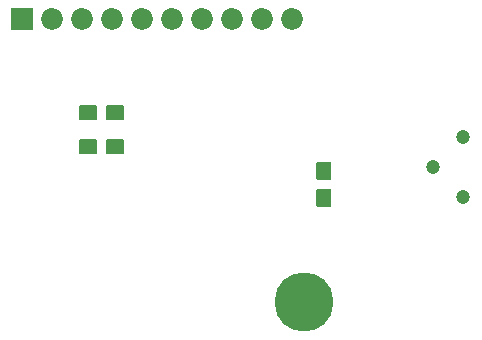
<source format=gbr>
%TF.GenerationSoftware,Altium Limited,Altium Designer,24.0.1 (36)*%
G04 Layer_Color=255*
%FSLAX45Y45*%
%MOMM*%
%TF.SameCoordinates,8AA56912-9505-4270-891B-A046144FA8B4*%
%TF.FilePolarity,Positive*%
%TF.FileFunction,Pads,Top*%
%TF.Part,Single*%
G01*
G75*
%TA.AperFunction,SMDPad,CuDef*%
G04:AMPARAMS|DCode=10|XSize=1.524mm|YSize=1.27mm|CornerRadius=0.09525mm|HoleSize=0mm|Usage=FLASHONLY|Rotation=180.000|XOffset=0mm|YOffset=0mm|HoleType=Round|Shape=RoundedRectangle|*
%AMROUNDEDRECTD10*
21,1,1.52400,1.07950,0,0,180.0*
21,1,1.33350,1.27000,0,0,180.0*
1,1,0.19050,-0.66675,0.53975*
1,1,0.19050,0.66675,0.53975*
1,1,0.19050,0.66675,-0.53975*
1,1,0.19050,-0.66675,-0.53975*
%
%ADD10ROUNDEDRECTD10*%
G04:AMPARAMS|DCode=11|XSize=1.524mm|YSize=1.27mm|CornerRadius=0.09525mm|HoleSize=0mm|Usage=FLASHONLY|Rotation=90.000|XOffset=0mm|YOffset=0mm|HoleType=Round|Shape=RoundedRectangle|*
%AMROUNDEDRECTD11*
21,1,1.52400,1.07950,0,0,90.0*
21,1,1.33350,1.27000,0,0,90.0*
1,1,0.19050,0.53975,0.66675*
1,1,0.19050,0.53975,-0.66675*
1,1,0.19050,-0.53975,-0.66675*
1,1,0.19050,-0.53975,0.66675*
%
%ADD11ROUNDEDRECTD11*%
%TA.AperFunction,ComponentPad*%
%ADD13C,5.00000*%
%ADD14C,1.85000*%
%ADD15R,1.85000X1.85000*%
%ADD16C,1.20000*%
D10*
X8803600Y7950000D02*
D03*
X8800000Y7665495D02*
D03*
X8571400D02*
D03*
X8575000Y7950000D02*
D03*
D11*
X10575000Y7464300D02*
D03*
Y7235700D02*
D03*
D13*
X10400000Y6350000D02*
D03*
D14*
X10306000Y8750000D02*
D03*
X10052000D02*
D03*
X8782000D02*
D03*
X8528000D02*
D03*
X8274000D02*
D03*
X9036000D02*
D03*
X9290000D02*
D03*
X9544000D02*
D03*
X9798000D02*
D03*
D15*
X8020000D02*
D03*
D16*
X11500000Y7500000D02*
D03*
X11754000Y7246000D02*
D03*
Y7754000D02*
D03*
%TF.MD5,94f7b8ba1913217145142382691789a6*%
M02*

</source>
